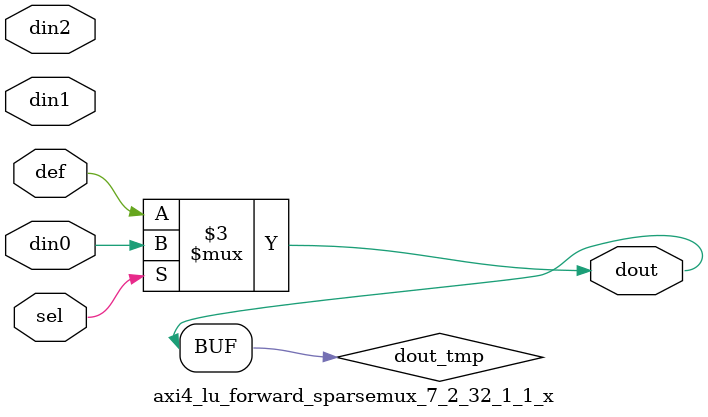
<source format=v>
`timescale 1ns / 1ps

module axi4_lu_forward_sparsemux_7_2_32_1_1_x (din0,din1,din2,def,sel,dout);

parameter din0_WIDTH = 1;

parameter din1_WIDTH = 1;

parameter din2_WIDTH = 1;

parameter def_WIDTH = 1;
parameter sel_WIDTH = 1;
parameter dout_WIDTH = 1;

parameter [sel_WIDTH-1:0] CASE0 = 1;

parameter [sel_WIDTH-1:0] CASE1 = 1;

parameter [sel_WIDTH-1:0] CASE2 = 1;

parameter ID = 1;
parameter NUM_STAGE = 1;



input [din0_WIDTH-1:0] din0;

input [din1_WIDTH-1:0] din1;

input [din2_WIDTH-1:0] din2;

input [def_WIDTH-1:0] def;
input [sel_WIDTH-1:0] sel;

output [dout_WIDTH-1:0] dout;



reg [dout_WIDTH-1:0] dout_tmp;

always @ (*) begin
case (sel)
    
    CASE0 : dout_tmp = din0;
    
    CASE1 : dout_tmp = din1;
    
    CASE2 : dout_tmp = din2;
    
    default : dout_tmp = def;
endcase
end


assign dout = dout_tmp;



endmodule

</source>
